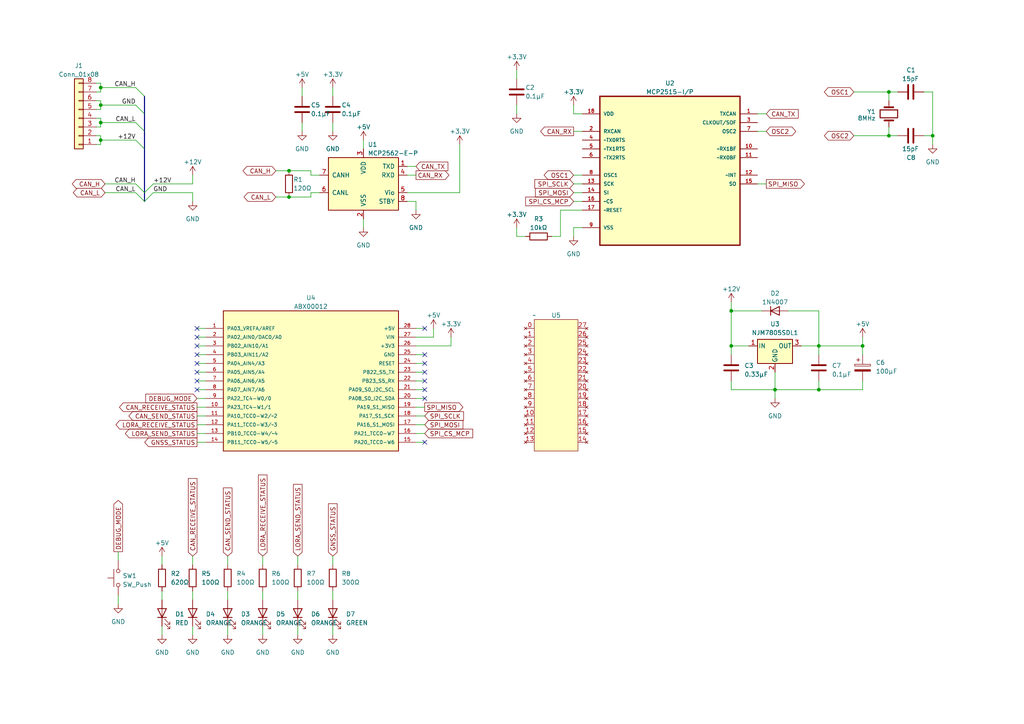
<source format=kicad_sch>
(kicad_sch (version 20230121) (generator eeschema)
  (paper "A4")
  (lib_symbols
    (symbol "ABX00012:ABX00012" (pin_names (offset 1.016))
      (property "Reference" "U" (at -25.4 21.082 0))
      (property "Value" "ABX00012" (at -25.4 -22.86 0))
      (symbol "ABX00012_0_0"
        (rectangle (start -25.4 -20.32) (end 25.4 20.32) (stroke (width 0.254)) (fill (type background)))
        (pin bidirectional line (at -30.48 15.24 0) (length 5.08) (name "PA03_VREFA/AREF") (number "1"))
        (pin bidirectional line (at -30.48 -7.62 0) (length 5.08) (name "PA23_TC4-W1/1") (number "10"))
        (pin bidirectional line (at -30.48 -10.16 0) (length 5.08) (name "PA10_TCC0-W2/~2") (number "11"))
        (pin bidirectional line (at -30.48 -12.7 0) (length 5.08) (name "PA11_TCC0-W3/~3") (number "12"))
        (pin bidirectional line (at -30.48 -15.24 0) (length 5.08) (name "PB10_TCC0-W4/~4") (number "13"))
        (pin bidirectional line (at -30.48 -17.78 0) (length 5.08) (name "PB11_TCC0-W5/~5") (number "14"))
        (pin bidirectional line (at 30.48 -17.78 180) (length 5.08) (name "PA20_TCC0-W6") (number "15"))
        (pin bidirectional line (at 30.48 -15.24 180) (length 5.08) (name "PA21_TCC0-W7") (number "16"))
        (pin bidirectional line (at 30.48 -12.7 180) (length 5.08) (name "PA16_S1_MOSI") (number "17"))
        (pin bidirectional line (at 30.48 -10.16 180) (length 5.08) (name "PA17_S1_SCK") (number "18"))
        (pin bidirectional line (at 30.48 -7.62 180) (length 5.08) (name "PA19_S1_MISO") (number "19"))
        (pin bidirectional line (at -30.48 12.7 0) (length 5.08) (name "PA02_AIN0/DAC0/A0") (number "2"))
        (pin bidirectional line (at 30.48 -5.08 180) (length 5.08) (name "PA08_S0_I2C_SDA") (number "20"))
        (pin bidirectional line (at 30.48 -2.54 180) (length 5.08) (name "PA09_S0_I2C_SCL") (number "21"))
        (pin bidirectional line (at 30.48 0 180) (length 5.08) (name "PB23_S5_RX") (number "22"))
        (pin bidirectional line (at 30.48 2.54 180) (length 5.08) (name "PB22_S5_TX") (number "23"))
        (pin input line (at 30.48 5.08 180) (length 5.08) (name "RESET") (number "24"))
        (pin power_in line (at 30.48 7.62 180) (length 5.08) (name "GND") (number "25"))
        (pin power_in line (at 30.48 10.16 180) (length 5.08) (name "+3V3") (number "26"))
        (pin power_in line (at 30.48 12.7 180) (length 5.08) (name "VIN") (number "27"))
        (pin power_in line (at 30.48 15.24 180) (length 5.08) (name "+5V") (number "28"))
        (pin bidirectional line (at -30.48 10.16 0) (length 5.08) (name "PB02_AIN10/A1") (number "3"))
        (pin bidirectional line (at -30.48 7.62 0) (length 5.08) (name "PB03_AIN11/A2") (number "4"))
        (pin bidirectional line (at -30.48 5.08 0) (length 5.08) (name "PA04_AIN4/A3") (number "5"))
        (pin bidirectional line (at -30.48 2.54 0) (length 5.08) (name "PA05_AIN5/A4") (number "6"))
        (pin bidirectional line (at -30.48 0 0) (length 5.08) (name "PA06_AIN6/A5") (number "7"))
        (pin bidirectional line (at -30.48 -2.54 0) (length 5.08) (name "PA07_AIN7/A6") (number "8"))
        (pin bidirectional line (at -30.48 -5.08 0) (length 5.08) (name "PA22_TC4-W0/0") (number "9"))
      )
    )
    (symbol "ArduinoMkrGpsShield:Arduino_MKR_GPS_Shield"
      (property "Reference" "U" (at 6.35 1.27 0))
      (symbol "Arduino_MKR_GPS_Shield_1_0"
        (pin no_connect line (at 15.24 -7.62 180) (length 2.54) (name "") (number "25"))
      )
      (symbol "Arduino_MKR_GPS_Shield_1_1"
        (rectangle (start 0 0) (end 12.7 -38.1) (fill (type background)))
        (pin no_connect line (at -2.54 -2.54 0) (length 2.54) (name "") (number "0"))
        (pin no_connect line (at -2.54 -5.08 0) (length 2.54) (name "") (number "1"))
        (pin no_connect line (at -2.54 -27.94 0) (length 2.54) (name "") (number "10"))
        (pin no_connect line (at -2.54 -30.48 0) (length 2.54) (name "") (number "11"))
        (pin no_connect line (at -2.54 -33.02 0) (length 2.54) (name "") (number "12"))
        (pin no_connect line (at -2.54 -35.56 0) (length 2.54) (name "") (number "13"))
        (pin no_connect line (at 15.24 -35.56 180) (length 2.54) (name "") (number "14"))
        (pin no_connect line (at 15.24 -33.02 180) (length 2.54) (name "") (number "15"))
        (pin no_connect line (at 15.24 -30.48 180) (length 2.54) (name "") (number "16"))
        (pin no_connect line (at 15.24 -27.94 180) (length 2.54) (name "") (number "17"))
        (pin no_connect line (at 15.24 -25.4 180) (length 2.54) (name "") (number "18"))
        (pin no_connect line (at 15.24 -22.86 180) (length 2.54) (name "") (number "19"))
        (pin no_connect line (at -2.54 -7.62 0) (length 2.54) (name "") (number "2"))
        (pin no_connect line (at 15.24 -20.32 180) (length 2.54) (name "") (number "20"))
        (pin no_connect line (at 15.24 -17.78 180) (length 2.54) (name "") (number "21"))
        (pin no_connect line (at 15.24 -15.24 180) (length 2.54) (name "") (number "22"))
        (pin no_connect line (at 15.24 -12.7 180) (length 2.54) (name "") (number "23"))
        (pin no_connect line (at 15.24 -10.16 180) (length 2.54) (name "") (number "24"))
        (pin no_connect line (at 15.24 -5.08 180) (length 2.54) (name "") (number "26"))
        (pin no_connect line (at 15.24 -2.54 180) (length 2.54) (name "") (number "27"))
        (pin no_connect line (at -2.54 -10.16 0) (length 2.54) (name "") (number "3"))
        (pin no_connect line (at -2.54 -12.7 0) (length 2.54) (name "") (number "4"))
        (pin no_connect line (at -2.54 -15.24 0) (length 2.54) (name "") (number "5"))
        (pin no_connect line (at -2.54 -17.78 0) (length 2.54) (name "") (number "6"))
        (pin no_connect line (at -2.54 -20.32 0) (length 2.54) (name "") (number "7"))
        (pin no_connect line (at -2.54 -22.86 0) (length 2.54) (name "") (number "8"))
        (pin no_connect line (at -2.54 -25.4 0) (length 2.54) (name "") (number "9"))
      )
    )
    (symbol "Connector_Generic:Conn_01x08" (pin_names (offset 1.016) hide)
      (property "Reference" "J" (at 0 10.16 0))
      (property "Value" "Conn_01x08" (at 0 -12.7 0))
      (symbol "Conn_01x08_1_1"
        (rectangle (start -1.27 -10.033) (end 0 -10.287) (stroke (width 0.1524)))
        (rectangle (start -1.27 -7.493) (end 0 -7.747) (stroke (width 0.1524)))
        (rectangle (start -1.27 -4.953) (end 0 -5.207) (stroke (width 0.1524)))
        (rectangle (start -1.27 -2.413) (end 0 -2.667) (stroke (width 0.1524)))
        (rectangle (start -1.27 0.127) (end 0 -0.127) (stroke (width 0.1524)))
        (rectangle (start -1.27 2.667) (end 0 2.413) (stroke (width 0.1524)))
        (rectangle (start -1.27 5.207) (end 0 4.953) (stroke (width 0.1524)))
        (rectangle (start -1.27 7.747) (end 0 7.493) (stroke (width 0.1524)))
        (rectangle (start -1.27 8.89) (end 1.27 -11.43) (stroke (width 0.254)) (fill (type background)))
        (pin passive line (at -5.08 7.62 0) (length 3.81) (name "Pin_1") (number "1"))
        (pin passive line (at -5.08 5.08 0) (length 3.81) (name "Pin_2") (number "2"))
        (pin passive line (at -5.08 2.54 0) (length 3.81) (name "Pin_3") (number "3"))
        (pin passive line (at -5.08 0 0) (length 3.81) (name "Pin_4") (number "4"))
        (pin passive line (at -5.08 -2.54 0) (length 3.81) (name "Pin_5") (number "5"))
        (pin passive line (at -5.08 -5.08 0) (length 3.81) (name "Pin_6") (number "6"))
        (pin passive line (at -5.08 -7.62 0) (length 3.81) (name "Pin_7") (number "7"))
        (pin passive line (at -5.08 -10.16 0) (length 3.81) (name "Pin_8") (number "8"))
      )
    )
    (symbol "Device:C" (pin_numbers hide) (pin_names (offset 0.254))
      (property "Reference" "C" (at 0.635 2.54 0))
      (property "Value" "C" (at 0.635 -2.54 0))
      (symbol "C_0_1"
        (polyline (pts (xy -2.032 -0.762) (xy 2.032 -0.762)) (stroke (width 0.508)))
        (polyline (pts (xy -2.032 0.762) (xy 2.032 0.762)) (stroke (width 0.508)))
      )
      (symbol "C_1_1"
        (pin passive line (at 0 3.81 270) (length 2.794) (name "~") (number "1"))
        (pin passive line (at 0 -3.81 90) (length 2.794) (name "~") (number "2"))
      )
    )
    (symbol "Device:C_Polarized" (pin_numbers hide) (pin_names (offset 0.254))
      (property "Reference" "C" (at 0.635 2.54 0))
      (property "Value" "C_Polarized" (at 0.635 -2.54 0))
      (symbol "C_Polarized_0_1"
        (rectangle (start -2.286 0.508) (end 2.286 1.016))
        (polyline (pts (xy -1.778 2.286) (xy -0.762 2.286)))
        (polyline (pts (xy -1.27 2.794) (xy -1.27 1.778)))
        (rectangle (start 2.286 -0.508) (end -2.286 -1.016) (fill (type outline)))
      )
      (symbol "C_Polarized_1_1"
        (pin passive line (at 0 3.81 270) (length 2.794) (name "~") (number "1"))
        (pin passive line (at 0 -3.81 90) (length 2.794) (name "~") (number "2"))
      )
    )
    (symbol "Device:Crystal" (pin_numbers hide) (pin_names (offset 1.016) hide)
      (property "Reference" "Y" (at 0 3.81 0))
      (property "Value" "Crystal" (at 0 -3.81 0))
      (symbol "Crystal_0_1"
        (rectangle (start -1.143 2.54) (end 1.143 -2.54) (stroke (width 0.3048)))
        (polyline (pts (xy -2.54 0) (xy -1.905 0)))
        (polyline (pts (xy -1.905 -1.27) (xy -1.905 1.27)) (stroke (width 0.508)))
        (polyline (pts (xy 1.905 -1.27) (xy 1.905 1.27)) (stroke (width 0.508)))
        (polyline (pts (xy 2.54 0) (xy 1.905 0)))
      )
      (symbol "Crystal_1_1"
        (pin passive line (at -3.81 0 0) (length 1.27) (name "1") (number "1"))
        (pin passive line (at 3.81 0 180) (length 1.27) (name "2") (number "2"))
      )
    )
    (symbol "Device:LED" (pin_numbers hide) (pin_names (offset 1.016) hide)
      (property "Reference" "D" (at 0 2.54 0))
      (property "Value" "LED" (at 0 -2.54 0))
      (symbol "LED_0_1"
        (polyline (pts (xy -1.27 -1.27) (xy -1.27 1.27)) (stroke (width 0.254)))
        (polyline (pts (xy -1.27 0) (xy 1.27 0)))
        (polyline (pts (xy 1.27 -1.27) (xy 1.27 1.27) (xy -1.27 0) (xy 1.27 -1.27)) (stroke (width 0.254)))
        (polyline (pts (xy -3.048 -0.762) (xy -4.572 -2.286) (xy -3.81 -2.286) (xy -4.572 -2.286) (xy -4.572 -1.524)))
        (polyline (pts (xy -1.778 -0.762) (xy -3.302 -2.286) (xy -2.54 -2.286) (xy -3.302 -2.286) (xy -3.302 -1.524)))
      )
      (symbol "LED_1_1"
        (pin passive line (at -3.81 0 0) (length 2.54) (name "K") (number "1"))
        (pin passive line (at 3.81 0 180) (length 2.54) (name "A") (number "2"))
      )
    )
    (symbol "Device:R" (pin_numbers hide) (pin_names (offset 0))
      (property "Reference" "R" (at 2.032 0 90))
      (property "Value" "R" (at 0 0 90))
      (symbol "R_0_1"
        (rectangle (start -1.016 -2.54) (end 1.016 2.54) (stroke (width 0.254)))
      )
      (symbol "R_1_1"
        (pin passive line (at 0 3.81 270) (length 1.27) (name "~") (number "1"))
        (pin passive line (at 0 -3.81 90) (length 1.27) (name "~") (number "2"))
      )
    )
    (symbol "Diode:1N4007" (pin_numbers hide) (pin_names hide)
      (property "Reference" "D" (at 0 2.54 0))
      (property "Value" "1N4007" (at 0 -2.54 0))
      (symbol "1N4007_0_1"
        (polyline (pts (xy -1.27 1.27) (xy -1.27 -1.27)) (stroke (width 0.254)))
        (polyline (pts (xy 1.27 0) (xy -1.27 0)))
        (polyline (pts (xy 1.27 1.27) (xy 1.27 -1.27) (xy -1.27 0) (xy 1.27 1.27)) (stroke (width 0.254)))
      )
      (symbol "1N4007_1_1"
        (pin passive line (at -3.81 0 0) (length 2.54) (name "K") (number "1"))
        (pin passive line (at 3.81 0 180) (length 2.54) (name "A") (number "2"))
      )
    )
    (symbol "Interface_CAN_LIN:MCP2562-E-P" (pin_names (offset 1.016))
      (property "Reference" "U" (at -10.16 8.89 0))
      (property "Value" "MCP2562-E-P" (at 2.54 8.89 0))
      (symbol "MCP2562-E-P_0_1"
        (rectangle (start -10.16 7.62) (end 10.16 -7.62) (stroke (width 0.254)) (fill (type background)))
      )
      (symbol "MCP2562-E-P_1_1"
        (pin input line (at -12.7 5.08 0) (length 2.54) (name "TXD") (number "1"))
        (pin power_in line (at 0 -10.16 90) (length 2.54) (name "VSS") (number "2"))
        (pin power_in line (at 0 10.16 270) (length 2.54) (name "VDD") (number "3"))
        (pin output line (at -12.7 2.54 0) (length 2.54) (name "RXD") (number "4"))
        (pin power_in line (at -12.7 -2.54 0) (length 2.54) (name "Vio") (number "5"))
        (pin bidirectional line (at 12.7 -2.54 180) (length 2.54) (name "CANL") (number "6"))
        (pin bidirectional line (at 12.7 2.54 180) (length 2.54) (name "CANH") (number "7"))
        (pin input line (at -12.7 -5.08 0) (length 2.54) (name "STBY") (number "8"))
      )
    )
    (symbol "MCP2515-I_P:MCP2515-I{slash}P" (pin_names (offset 1.016))
      (property "Reference" "U" (at -5.1308 20.2692 0))
      (property "Value" "MCP2515-I{slash}P" (at -5.2324 -29.718 0))
      (symbol "MCP2515-I{slash}P_0_0"
        (rectangle (start -20.32 -25.4) (end 20.32 17.78) (stroke (width 0.4064)) (fill (type background)))
        (pin output line (at 25.4 12.7 180) (length 5.08) (name "TXCAN") (number "1"))
        (pin output line (at 25.4 2.54 180) (length 5.08) (name "~RX1BF") (number "10"))
        (pin output line (at 25.4 0 180) (length 5.08) (name "~RX0BF") (number "11"))
        (pin output line (at 25.4 -5.08 180) (length 5.08) (name "~INT") (number "12"))
        (pin input line (at -25.4 -7.62 0) (length 5.08) (name "SCK") (number "13"))
        (pin input line (at -25.4 -10.16 0) (length 5.08) (name "SI") (number "14"))
        (pin output line (at 25.4 -7.62 180) (length 5.08) (name "SO") (number "15"))
        (pin input line (at -25.4 -12.7 0) (length 5.08) (name "~CS") (number "16"))
        (pin input line (at -25.4 -15.24 0) (length 5.08) (name "~RESET") (number "17"))
        (pin power_in line (at -25.4 12.7 0) (length 5.08) (name "VDD") (number "18"))
        (pin input line (at -25.4 7.62 0) (length 5.08) (name "RXCAN") (number "2"))
        (pin output line (at 25.4 10.16 180) (length 5.08) (name "CLKOUT/SOF") (number "3"))
        (pin input line (at -25.4 5.08 0) (length 5.08) (name "~TX0RTS") (number "4"))
        (pin input line (at -25.4 2.54 0) (length 5.08) (name "~TX1RTS") (number "5"))
        (pin input line (at -25.4 0 0) (length 5.08) (name "~TX2RTS") (number "6"))
        (pin output line (at 25.4 7.62 180) (length 5.08) (name "OSC2") (number "7"))
        (pin input line (at -25.4 -5.08 0) (length 5.08) (name "OSC1") (number "8"))
        (pin power_in line (at -25.4 -20.32 0) (length 5.08) (name "VSS") (number "9"))
      )
    )
    (symbol "Regulator_Linear:L7805" (pin_names (offset 0.254))
      (property "Reference" "U" (at -3.81 3.175 0))
      (property "Value" "L7805" (at 0 3.175 0))
      (symbol "L7805_0_1"
        (rectangle (start -5.08 1.905) (end 5.08 -5.08) (stroke (width 0.254)) (fill (type background)))
      )
      (symbol "L7805_1_1"
        (pin power_in line (at -7.62 0 0) (length 2.54) (name "IN") (number "1"))
        (pin power_in line (at 0 -7.62 90) (length 2.54) (name "GND") (number "2"))
        (pin power_out line (at 7.62 0 180) (length 2.54) (name "OUT") (number "3"))
      )
    )
    (symbol "Switch:SW_Push" (pin_numbers hide) (pin_names (offset 1.016) hide)
      (property "Reference" "SW" (at 1.27 2.54 0))
      (property "Value" "SW_Push" (at 0 -1.524 0))
      (symbol "SW_Push_0_1"
        (circle (center -2.032 0) (radius 0.508))
        (polyline (pts (xy 0 1.27) (xy 0 3.048)))
        (polyline (pts (xy 2.54 1.27) (xy -2.54 1.27)))
        (circle (center 2.032 0) (radius 0.508))
        (pin passive line (at -5.08 0 0) (length 2.54) (name "1") (number "1"))
        (pin passive line (at 5.08 0 180) (length 2.54) (name "2") (number "2"))
      )
    )
    (symbol "power:+12V" (power) (pin_names (offset 0))
      (property "Value" "+12V" (at 0 3.556 0))
      (symbol "+12V_0_1"
        (polyline (pts (xy -0.762 1.27) (xy 0 2.54)))
        (polyline (pts (xy 0 0) (xy 0 2.54)))
        (polyline (pts (xy 0 2.54) (xy 0.762 1.27)))
      )
      (symbol "+12V_1_1"
        (pin power_in line (at 0 0 90) (length 0) hide (name "+12V") (number "1"))
      )
    )
    (symbol "power:+3.3V" (power) (pin_names (offset 0))
      (property "Value" "+3.3V" (at 0 3.556 0))
      (symbol "+3.3V_0_1"
        (polyline (pts (xy -0.762 1.27) (xy 0 2.54)))
        (polyline (pts (xy 0 0) (xy 0 2.54)))
        (polyline (pts (xy 0 2.54) (xy 0.762 1.27)))
      )
      (symbol "+3.3V_1_1"
        (pin power_in line (at 0 0 90) (length 0) hide (name "+3.3V") (number "1"))
      )
    )
    (symbol "power:+5V" (power) (pin_names (offset 0))
      (property "Value" "+5V" (at 0 3.556 0))
      (symbol "+5V_0_1"
        (polyline (pts (xy -0.762 1.27) (xy 0 2.54)))
        (polyline (pts (xy 0 0) (xy 0 2.54)))
        (polyline (pts (xy 0 2.54) (xy 0.762 1.27)))
      )
      (symbol "+5V_1_1"
        (pin power_in line (at 0 0 90) (length 0) hide (name "+5V") (number "1"))
      )
    )
    (symbol "power:GND" (power) (pin_names (offset 0))
      (property "Value" "GND" (at 0 -3.81 0))
      (symbol "GND_0_1"
        (polyline (pts (xy 0 0) (xy 0 -1.27) (xy 1.27 -1.27) (xy 0 -2.54) (xy -1.27 -1.27) (xy 0 -1.27)))
      )
      (symbol "GND_1_1"
        (pin power_in line (at 0 0 270) (length 0) hide (name "GND") (number "1"))
      )
    )
  )
  (junction (at 29.21 30.48))
  (junction (at 250.19 100.33))
  (junction (at 237.49 100.33))
  (junction (at 257.81 39.37))
  (junction (at 212.09 90.17))
  (junction (at 257.81 26.67))
  (junction (at 83.82 57.15))
  (junction (at 212.09 100.33))
  (junction (at 29.21 40.64))
  (junction (at 237.49 113.03))
  (junction (at 83.82 49.53))
  (junction (at 224.79 113.03))
  (junction (at 29.21 35.56))
  (junction (at 29.21 25.4))
  (junction (at 270.51 39.37))
  (no_connect (at 123.19 128.27))
  (no_connect (at 57.15 113.03))
  (no_connect (at 123.19 95.25))
  (no_connect (at 57.15 105.41))
  (no_connect (at 123.19 102.87))
  (no_connect (at 57.15 110.49))
  (no_connect (at 57.15 95.25))
  (no_connect (at 123.19 115.57))
  (no_connect (at 123.19 110.49))
  (no_connect (at 123.19 105.41))
  (no_connect (at 57.15 107.95))
  (no_connect (at 123.19 107.95))
  (no_connect (at 57.15 97.79))
  (no_connect (at 123.19 113.03))
  (no_connect (at 57.15 102.87))
  (no_connect (at 57.15 100.33))
  (bus_entry (at 41.91 55.88) (size 2.54 -2.54))
  (bus_entry (at 39.37 35.56) (size 2.54 2.54))
  (bus_entry (at 39.37 40.64) (size 2.54 2.54))
  (bus_entry (at 41.91 58.42) (size -2.54 -2.54))
  (bus_entry (at 41.91 55.88) (size -2.54 -2.54))
  (bus_entry (at 41.91 58.42) (size 2.54 -2.54))
  (bus_entry (at 39.37 25.4) (size 2.54 2.54))
  (bus_entry (at 39.37 30.48) (size 2.54 2.54))
  (wire (pts (xy 232.41 100.33) (xy 237.49 100.33)))
  (wire (pts (xy 270.51 41.91) (xy 270.51 39.37)))
  (wire (pts (xy 219.71 53.34) (xy 222.25 53.34)))
  (wire (pts (xy 219.71 33.02) (xy 222.25 33.02)))
  (wire (pts (xy 57.15 125.73) (xy 59.69 125.73)))
  (bus (pts (xy 41.91 55.88) (xy 41.91 58.42)))
  (wire (pts (xy 29.21 41.91) (xy 29.21 40.64)))
  (wire (pts (xy 166.37 55.88) (xy 168.91 55.88)))
  (wire (pts (xy 168.91 60.96) (xy 162.56 60.96)))
  (wire (pts (xy 57.15 102.87) (xy 59.69 102.87)))
  (wire (pts (xy 237.49 100.33) (xy 237.49 102.87)))
  (wire (pts (xy 120.65 100.33) (xy 130.81 100.33)))
  (wire (pts (xy 237.49 100.33) (xy 250.19 100.33)))
  (wire (pts (xy 29.21 25.4) (xy 29.21 24.13)))
  (wire (pts (xy 57.15 120.65) (xy 59.69 120.65)))
  (wire (pts (xy 120.65 113.03) (xy 123.19 113.03)))
  (wire (pts (xy 224.79 113.03) (xy 237.49 113.03)))
  (wire (pts (xy 55.88 50.8) (xy 55.88 53.34)))
  (wire (pts (xy 57.15 113.03) (xy 59.69 113.03)))
  (wire (pts (xy 270.51 39.37) (xy 270.51 26.67)))
  (wire (pts (xy 57.15 128.27) (xy 59.69 128.27)))
  (wire (pts (xy 120.65 102.87) (xy 123.19 102.87)))
  (wire (pts (xy 212.09 90.17) (xy 212.09 100.33)))
  (wire (pts (xy 76.2 181.61) (xy 76.2 184.15)))
  (wire (pts (xy 29.21 25.4) (xy 39.37 25.4)))
  (wire (pts (xy 66.04 181.61) (xy 66.04 184.15)))
  (wire (pts (xy 228.6 90.17) (xy 237.49 90.17)))
  (wire (pts (xy 257.81 39.37) (xy 260.35 39.37)))
  (wire (pts (xy 86.36 181.61) (xy 86.36 184.15)))
  (wire (pts (xy 57.15 118.11) (xy 59.69 118.11)))
  (wire (pts (xy 237.49 90.17) (xy 237.49 100.33)))
  (wire (pts (xy 247.65 39.37) (xy 257.81 39.37)))
  (wire (pts (xy 250.19 102.87) (xy 250.19 100.33)))
  (wire (pts (xy 120.65 58.42) (xy 120.65 60.96)))
  (wire (pts (xy 120.65 107.95) (xy 123.19 107.95)))
  (wire (pts (xy 87.63 25.4) (xy 87.63 27.94)))
  (wire (pts (xy 257.81 29.21) (xy 257.81 26.67)))
  (wire (pts (xy 217.17 100.33) (xy 212.09 100.33)))
  (wire (pts (xy 166.37 66.04) (xy 168.91 66.04)))
  (wire (pts (xy 257.81 26.67) (xy 260.35 26.67)))
  (wire (pts (xy 120.65 105.41) (xy 123.19 105.41)))
  (wire (pts (xy 118.11 48.26) (xy 120.65 48.26)))
  (wire (pts (xy 76.2 171.45) (xy 76.2 173.99)))
  (wire (pts (xy 257.81 36.83) (xy 257.81 39.37)))
  (bus (pts (xy 41.91 33.02) (xy 41.91 38.1)))
  (wire (pts (xy 267.97 39.37) (xy 270.51 39.37)))
  (wire (pts (xy 118.11 50.8) (xy 120.65 50.8)))
  (wire (pts (xy 55.88 171.45) (xy 55.88 173.99)))
  (wire (pts (xy 149.86 30.48) (xy 149.86 33.02)))
  (wire (pts (xy 237.49 113.03) (xy 250.19 113.03)))
  (wire (pts (xy 29.21 31.75) (xy 29.21 30.48)))
  (wire (pts (xy 120.65 125.73) (xy 123.19 125.73)))
  (wire (pts (xy 166.37 58.42) (xy 168.91 58.42)))
  (wire (pts (xy 212.09 100.33) (xy 212.09 102.87)))
  (wire (pts (xy 57.15 95.25) (xy 59.69 95.25)))
  (wire (pts (xy 80.01 49.53) (xy 83.82 49.53)))
  (wire (pts (xy 120.65 95.25) (xy 123.19 95.25)))
  (wire (pts (xy 39.37 53.34) (xy 30.48 53.34)))
  (wire (pts (xy 57.15 97.79) (xy 59.69 97.79)))
  (wire (pts (xy 57.15 115.57) (xy 59.69 115.57)))
  (wire (pts (xy 27.94 29.21) (xy 29.21 29.21)))
  (wire (pts (xy 39.37 55.88) (xy 30.48 55.88)))
  (wire (pts (xy 90.17 50.8) (xy 90.17 49.53)))
  (wire (pts (xy 66.04 161.29) (xy 66.04 163.83)))
  (wire (pts (xy 76.2 161.29) (xy 76.2 163.83)))
  (wire (pts (xy 212.09 87.63) (xy 212.09 90.17)))
  (wire (pts (xy 80.01 57.15) (xy 83.82 57.15)))
  (wire (pts (xy 29.21 39.37) (xy 29.21 40.64)))
  (wire (pts (xy 96.52 35.56) (xy 96.52 38.1)))
  (wire (pts (xy 27.94 39.37) (xy 29.21 39.37)))
  (wire (pts (xy 29.21 34.29) (xy 29.21 35.56)))
  (wire (pts (xy 224.79 107.95) (xy 224.79 113.03)))
  (wire (pts (xy 96.52 181.61) (xy 96.52 184.15)))
  (wire (pts (xy 105.41 63.5) (xy 105.41 66.04)))
  (wire (pts (xy 57.15 100.33) (xy 59.69 100.33)))
  (wire (pts (xy 55.88 181.61) (xy 55.88 184.15)))
  (wire (pts (xy 162.56 68.58) (xy 160.02 68.58)))
  (wire (pts (xy 120.65 118.11) (xy 123.19 118.11)))
  (wire (pts (xy 120.65 110.49) (xy 123.19 110.49)))
  (wire (pts (xy 27.94 31.75) (xy 29.21 31.75)))
  (wire (pts (xy 166.37 50.8) (xy 168.91 50.8)))
  (wire (pts (xy 29.21 30.48) (xy 39.37 30.48)))
  (wire (pts (xy 224.79 113.03) (xy 224.79 115.57)))
  (bus (pts (xy 41.91 27.94) (xy 41.91 33.02)))
  (wire (pts (xy 267.97 26.67) (xy 270.51 26.67)))
  (wire (pts (xy 92.71 50.8) (xy 90.17 50.8)))
  (wire (pts (xy 166.37 38.1) (xy 168.91 38.1)))
  (wire (pts (xy 237.49 113.03) (xy 237.49 110.49)))
  (wire (pts (xy 166.37 33.02) (xy 168.91 33.02)))
  (bus (pts (xy 41.91 43.18) (xy 41.91 55.88)))
  (wire (pts (xy 166.37 53.34) (xy 168.91 53.34)))
  (wire (pts (xy 96.52 25.4) (xy 96.52 27.94)))
  (wire (pts (xy 29.21 36.83) (xy 27.94 36.83)))
  (wire (pts (xy 130.81 97.79) (xy 130.81 100.33)))
  (wire (pts (xy 86.36 161.29) (xy 86.36 163.83)))
  (wire (pts (xy 29.21 35.56) (xy 29.21 36.83)))
  (wire (pts (xy 90.17 55.88) (xy 90.17 57.15)))
  (wire (pts (xy 212.09 90.17) (xy 220.98 90.17)))
  (wire (pts (xy 247.65 26.67) (xy 257.81 26.67)))
  (wire (pts (xy 120.65 128.27) (xy 123.19 128.27)))
  (wire (pts (xy 55.88 53.34) (xy 44.45 53.34)))
  (wire (pts (xy 57.15 107.95) (xy 59.69 107.95)))
  (wire (pts (xy 250.19 97.79) (xy 250.19 100.33)))
  (wire (pts (xy 57.15 110.49) (xy 59.69 110.49)))
  (wire (pts (xy 55.88 55.88) (xy 44.45 55.88)))
  (wire (pts (xy 125.73 95.25) (xy 125.73 97.79)))
  (bus (pts (xy 41.91 38.1) (xy 41.91 43.18)))
  (wire (pts (xy 27.94 34.29) (xy 29.21 34.29)))
  (wire (pts (xy 55.88 161.29) (xy 55.88 163.83)))
  (wire (pts (xy 46.99 161.29) (xy 46.99 163.83)))
  (wire (pts (xy 166.37 68.58) (xy 166.37 66.04)))
  (wire (pts (xy 57.15 123.19) (xy 59.69 123.19)))
  (wire (pts (xy 29.21 35.56) (xy 39.37 35.56)))
  (wire (pts (xy 133.35 41.91) (xy 133.35 55.88)))
  (wire (pts (xy 162.56 60.96) (xy 162.56 68.58)))
  (wire (pts (xy 46.99 171.45) (xy 46.99 173.99)))
  (wire (pts (xy 55.88 58.42) (xy 55.88 55.88)))
  (wire (pts (xy 149.86 20.32) (xy 149.86 22.86)))
  (wire (pts (xy 96.52 171.45) (xy 96.52 173.99)))
  (wire (pts (xy 219.71 38.1) (xy 222.25 38.1)))
  (wire (pts (xy 27.94 26.67) (xy 29.21 26.67)))
  (wire (pts (xy 83.82 57.15) (xy 90.17 57.15)))
  (wire (pts (xy 27.94 24.13) (xy 29.21 24.13)))
  (wire (pts (xy 66.04 171.45) (xy 66.04 173.99)))
  (wire (pts (xy 120.65 123.19) (xy 123.19 123.19)))
  (wire (pts (xy 120.65 115.57) (xy 123.19 115.57)))
  (wire (pts (xy 149.86 68.58) (xy 152.4 68.58)))
  (wire (pts (xy 96.52 161.29) (xy 96.52 163.83)))
  (wire (pts (xy 27.94 41.91) (xy 29.21 41.91)))
  (wire (pts (xy 34.29 160.02) (xy 34.29 162.56)))
  (wire (pts (xy 86.36 171.45) (xy 86.36 173.99)))
  (wire (pts (xy 29.21 30.48) (xy 29.21 29.21)))
  (wire (pts (xy 105.41 40.64) (xy 105.41 43.18)))
  (wire (pts (xy 118.11 55.88) (xy 133.35 55.88)))
  (wire (pts (xy 250.19 110.49) (xy 250.19 113.03)))
  (wire (pts (xy 34.29 172.72) (xy 34.29 175.26)))
  (wire (pts (xy 46.99 181.61) (xy 46.99 184.15)))
  (wire (pts (xy 118.11 58.42) (xy 120.65 58.42)))
  (wire (pts (xy 125.73 97.79) (xy 120.65 97.79)))
  (wire (pts (xy 57.15 105.41) (xy 59.69 105.41)))
  (wire (pts (xy 149.86 66.04) (xy 149.86 68.58)))
  (wire (pts (xy 92.71 55.88) (xy 90.17 55.88)))
  (wire (pts (xy 87.63 35.56) (xy 87.63 38.1)))
  (wire (pts (xy 29.21 40.64) (xy 39.37 40.64)))
  (wire (pts (xy 212.09 110.49) (xy 212.09 113.03)))
  (wire (pts (xy 29.21 25.4) (xy 29.21 26.67)))
  (wire (pts (xy 83.82 49.53) (xy 90.17 49.53)))
  (wire (pts (xy 212.09 113.03) (xy 224.79 113.03)))
  (wire (pts (xy 166.37 30.48) (xy 166.37 33.02)))
  (wire (pts (xy 120.65 120.65) (xy 123.19 120.65)))
  (label "CAN_L" (at 39.37 55.88 180))
  (label "+12V" (at 39.37 40.64 180))
  (label "CAN_H" (at 39.37 25.4 180))
  (label "CAN_H" (at 39.37 53.34 180))
  (label "+12V" (at 44.45 53.34 0))
  (label "GND" (at 44.45 55.88 0))
  (label "GND" (at 39.37 30.48 180))
  (label "CAN_L" (at 39.37 35.56 180))
  (global_label "OSC1" (shape bidirectional) (at 247.65 26.67 180) (property "Intersheetrefs" "${INTERSHEET_REFS}" (effects hide)))
  (global_label "CAN_L" (shape bidirectional) (at 80.01 57.15 180) (property "Intersheetrefs" "${INTERSHEET_REFS}" (effects hide)))
  (global_label "CAN_RX" (shape output) (at 166.37 38.1 180) (property "Intersheetrefs" "${INTERSHEET_REFS}" (effects hide)))
  (global_label "OSC2" (shape bidirectional) (at 247.65 39.37 180) (property "Intersheetrefs" "${INTERSHEET_REFS}" (effects hide)))
  (global_label "SPI_SCLK" (shape input) (at 166.37 53.34 180) (property "Intersheetrefs" "${INTERSHEET_REFS}" (effects hide)))
  (global_label "SPI_MISO" (shape output) (at 222.25 53.34 0) (property "Intersheetrefs" "${INTERSHEET_REFS}" (effects hide)))
  (global_label "CAN_TX" (shape input) (at 120.65 48.26 0) (property "Intersheetrefs" "${INTERSHEET_REFS}" (effects hide)))
  (global_label "CAN_SEND_STATUS" (shape input) (at 66.04 161.29 90) (property "Intersheetrefs" "${INTERSHEET_REFS}" (effects hide)))
  (global_label "LORA_RECEIVE_STATUS" (shape input) (at 76.2 161.29 90) (property "Intersheetrefs" "${INTERSHEET_REFS}" (effects hide)))
  (global_label "LORA_SEND_STATUS" (shape input) (at 86.36 161.29 90) (property "Intersheetrefs" "${INTERSHEET_REFS}" (effects hide)))
  (global_label "SPI_SCLK" (shape input) (at 123.19 120.65 0) (property "Intersheetrefs" "${INTERSHEET_REFS}" (effects hide)))
  (global_label "CAN_H" (shape bidirectional) (at 80.01 49.53 180) (property "Intersheetrefs" "${INTERSHEET_REFS}" (effects hide)))
  (global_label "SPI_MOSI" (shape input) (at 166.37 55.88 180) (property "Intersheetrefs" "${INTERSHEET_REFS}" (effects hide)))
  (global_label "OSC1" (shape bidirectional) (at 166.37 50.8 180) (property "Intersheetrefs" "${INTERSHEET_REFS}" (effects hide)))
  (global_label "CAN_RX" (shape output) (at 120.65 50.8 0) (property "Intersheetrefs" "${INTERSHEET_REFS}" (effects hide)))
  (global_label "LORA_RECEIVE_STATUS" (shape output) (at 57.15 123.19 180) (property "Intersheetrefs" "${INTERSHEET_REFS}" (effects hide)))
  (global_label "CAN_L" (shape bidirectional) (at 30.48 55.88 180) (property "Intersheetrefs" "${INTERSHEET_REFS}" (effects hide)))
  (global_label "SPI_CS_MCP" (shape input) (at 123.19 125.73 0) (property "Intersheetrefs" "${INTERSHEET_REFS}" (effects hide)))
  (global_label "SPI_MISO" (shape output) (at 123.19 118.11 0) (property "Intersheetrefs" "${INTERSHEET_REFS}" (effects hide)))
  (global_label "GNSS_STATUS" (shape output) (at 57.15 128.27 180) (property "Intersheetrefs" "${INTERSHEET_REFS}" (effects hide)))
  (global_label "SPI_MOSI" (shape input) (at 123.19 123.19 0) (property "Intersheetrefs" "${INTERSHEET_REFS}" (effects hide)))
  (global_label "SPI_CS_MCP" (shape input) (at 166.37 58.42 180) (property "Intersheetrefs" "${INTERSHEET_REFS}" (effects hide)))
  (global_label "CAN_RECEIVE_STATUS" (shape input) (at 55.88 161.29 90) (property "Intersheetrefs" "${INTERSHEET_REFS}" (effects hide)))
  (global_label "LORA_SEND_STATUS" (shape output) (at 57.15 125.73 180) (property "Intersheetrefs" "${INTERSHEET_REFS}" (effects hide)))
  (global_label "CAN_TX" (shape input) (at 222.25 33.02 0) (property "Intersheetrefs" "${INTERSHEET_REFS}" (effects hide)))
  (global_label "CAN_H" (shape bidirectional) (at 30.48 53.34 180) (property "Intersheetrefs" "${INTERSHEET_REFS}" (effects hide)))
  (global_label "OSC2" (shape bidirectional) (at 222.25 38.1 0) (property "Intersheetrefs" "${INTERSHEET_REFS}" (effects hide)))
  (global_label "DEBUG_MODE" (shape output) (at 34.29 160.02 90) (property "Intersheetrefs" "${INTERSHEET_REFS}" (effects hide)))
  (global_label "DEBUG_MODE" (shape input) (at 57.15 115.57 180) (property "Intersheetrefs" "${INTERSHEET_REFS}" (effects hide)))
  (global_label "CAN_SEND_STATUS" (shape output) (at 57.15 120.65 180) (property "Intersheetrefs" "${INTERSHEET_REFS}" (effects hide)))
  (global_label "GNSS_STATUS" (shape input) (at 96.52 161.29 90) (property "Intersheetrefs" "${INTERSHEET_REFS}" (effects hide)))
  (global_label "CAN_RECEIVE_STATUS" (shape output) (at 57.15 118.11 180) (property "Intersheetrefs" "${INTERSHEET_REFS}" (effects hide)))
  (symbol (lib_id "power:+5V") (at 250.19 97.79 0) (unit 1)
    (property "Reference" "#PWR029" (effects hide))
    (property "Value" "+5V" (at 250.19 93.98 0))
  )
  (symbol (lib_id "power:GND") (at 149.86 33.02 0) (unit 1)
    (property "Reference" "#PWR014" (effects hide))
    (property "Value" "GND" (at 149.86 38.1 0))
  )
  (symbol (lib_id "Device:R") (at 96.52 167.64 0) (unit 1)
    (property "Reference" "R8" (at 99.06 166.3699 0) (effects (justify left)))
    (property "Value" "300Ω" (at 99.06 168.9099 0) (effects (justify left)))
    (property "Footprint" "Resistor_SMD:R_0603_1608Metric_Pad0.98x0.95mm_HandSolder" (effects hide))
  )
  (symbol (lib_id "power:GND") (at 55.88 58.42 0) (mirror y) (unit 1)
    (property "Reference" "#PWR028" (effects hide))
    (property "Value" "GND" (at 55.88 63.5 0))
  )
  (symbol (lib_id "power:+12V") (at 212.09 87.63 0) (mirror y) (unit 1)
    (property "Reference" "#PWR01" (effects hide))
    (property "Value" "+12V" (at 212.09 83.82 0))
  )
  (symbol (lib_id "power:GND") (at 96.52 184.15 0) (unit 1)
    (property "Reference" "#PWR026" (effects hide))
    (property "Value" "GND" (at 96.52 189.23 0))
  )
  (symbol (lib_id "Connector_Generic:Conn_01x08") (at 22.86 34.29 180) (unit 1)
    (property "Reference" "J1" (at 22.86 19.05 0))
    (property "Value" "Conn_01x08" (at 22.86 21.59 0))
    (property "Footprint" "Connector_Hirose:Hirose_DF11-8DP-2DSA_2x04_P2.00mm_Vertical" (effects hide))
  )
  (symbol (lib_id "Device:R") (at 156.21 68.58 90) (unit 1)
    (property "Reference" "R3" (at 156.21 63.5 90))
    (property "Value" "10kΩ" (at 156.21 66.04 90))
    (property "Footprint" "Resistor_SMD:R_0603_1608Metric_Pad0.98x0.95mm_HandSolder" (effects hide))
  )
  (symbol (lib_id "Device:C") (at 264.16 39.37 270) (mirror x) (unit 1)
    (property "Reference" "C8" (at 262.89 45.72 90) (effects (justify left)))
    (property "Value" "15pF" (at 261.62 43.18 90) (effects (justify left)))
    (property "Footprint" "Capacitor_SMD:C_0603_1608Metric_Pad1.08x0.95mm_HandSolder" (effects hide))
  )
  (symbol (lib_id "ArduinoMkrGpsShield:Arduino_MKR_GPS_Shield") (at 154.94 92.71 0) (unit 1)
    (property "Reference" "U5" (at 161.29 91.44 0))
    (property "Value" "~" (at 154.94 91.44 0))
    (property "Footprint" "ArduinoMkrGpsShield:Arduino MKR GPS Shield" (effects hide))
  )
  (symbol (lib_id "Device:R") (at 46.99 167.64 0) (unit 1)
    (property "Reference" "R2" (at 49.53 166.3699 0) (effects (justify left)))
    (property "Value" "620Ω" (at 49.53 168.9099 0) (effects (justify left)))
    (property "Footprint" "Resistor_SMD:R_0603_1608Metric_Pad0.98x0.95mm_HandSolder" (effects hide))
  )
  (symbol (lib_id "power:GND") (at 46.99 184.15 0) (unit 1)
    (property "Reference" "#PWR020" (effects hide))
    (property "Value" "GND" (at 46.99 189.23 0))
  )
  (symbol (lib_id "Device:C") (at 96.52 31.75 0) (unit 1)
    (property "Reference" "C4" (at 99.06 30.48 0) (effects (justify left)))
    (property "Value" "0.1μF" (at 99.06 33.02 0) (effects (justify left)))
    (property "Footprint" "Capacitor_SMD:C_0805_2012Metric_Pad1.18x1.45mm_HandSolder" (effects hide))
  )
  (symbol (lib_id "power:GND") (at 34.29 175.26 0) (mirror y) (unit 1)
    (property "Reference" "#PWR018" (effects hide))
    (property "Value" "GND" (at 34.29 180.34 0))
  )
  (symbol (lib_id "power:+3.3V") (at 96.52 25.4 0) (unit 1)
    (property "Reference" "#PWR05" (effects hide))
    (property "Value" "+3.3V" (at 96.52 21.59 0))
  )
  (symbol (lib_id "power:GND") (at 55.88 184.15 0) (unit 1)
    (property "Reference" "#PWR021" (effects hide))
    (property "Value" "GND" (at 55.88 189.23 0))
  )
  (symbol (lib_id "power:GND") (at 86.36 184.15 0) (unit 1)
    (property "Reference" "#PWR024" (effects hide))
    (property "Value" "GND" (at 86.36 189.23 0))
  )
  (symbol (lib_id "power:GND") (at 66.04 184.15 0) (unit 1)
    (property "Reference" "#PWR022" (effects hide))
    (property "Value" "GND" (at 66.04 189.23 0))
  )
  (symbol (lib_id "Interface_CAN_LIN:MCP2562-E-P") (at 105.41 53.34 0) (mirror y) (unit 1)
    (property "Reference" "U1" (at 106.68 41.91 0) (effects (justify right)))
    (property "Value" "MCP2562-E-P" (at 106.68 44.45 0) (effects (justify right)))
    (property "Footprint" "Package_DIP:DIP-8_W7.62mm" (effects hide))
    (property "Datasheet" "http://ww1.microchip.com/downloads/en/DeviceDoc/25167A.pdf" (effects hide))
  )
  (symbol (lib_id "Device:C") (at 149.86 26.67 0) (unit 1)
    (property "Reference" "C2" (at 152.4 25.4 0) (effects (justify left)))
    (property "Value" "0.1μF" (at 152.4 27.94 0) (effects (justify left)))
    (property "Footprint" "Capacitor_SMD:C_0805_2012Metric_Pad1.18x1.45mm_HandSolder" (effects hide))
  )
  (symbol (lib_id "power:+5V") (at 87.63 25.4 0) (unit 1)
    (property "Reference" "#PWR03" (effects hide))
    (property "Value" "+5V" (at 87.63 21.59 0))
  )
  (symbol (lib_id "power:GND") (at 270.51 41.91 0) (unit 1)
    (property "Reference" "#PWR025" (effects hide))
    (property "Value" "GND" (at 270.51 46.99 0))
  )
  (symbol (lib_id "Device:C") (at 87.63 31.75 0) (unit 1)
    (property "Reference" "C5" (at 90.17 30.48 0) (effects (justify left)))
    (property "Value" "0.1μF" (at 90.17 33.02 0) (effects (justify left)))
    (property "Footprint" "Capacitor_SMD:C_0805_2012Metric_Pad1.18x1.45mm_HandSolder" (effects hide))
  )
  (symbol (lib_id "Device:LED") (at 46.99 177.8 90) (unit 1)
    (property "Reference" "D1" (at 50.8 178.1174 90) (effects (justify right)))
    (property "Value" "RED" (at 50.8 180.6574 90) (effects (justify right)))
    (property "Footprint" "LED_SMD:LED_0603_1608Metric_Pad1.05x0.95mm_HandSolder" (effects hide))
  )
  (symbol (lib_id "power:GND") (at 224.79 115.57 0) (unit 1)
    (property "Reference" "#PWR02" (effects hide))
    (property "Value" "GND" (at 224.79 120.65 0))
  )
  (symbol (lib_id "Diode:1N4007") (at 224.79 90.17 0) (unit 1)
    (property "Reference" "D2" (at 224.79 85.09 0))
    (property "Value" "1N4007" (at 224.79 87.63 0))
    (property "Footprint" "Diode_SMD:D_SOD-123F" (effects hide))
    (property "Datasheet" "http://www.vishay.com/docs/88503/1n4001.pdf" (effects hide))
    (property "Sim.Device" "D" (effects hide))
    (property "Sim.Pins" "1=K 2=A" (effects hide))
  )
  (symbol (lib_id "power:GND") (at 120.65 60.96 0) (unit 1)
    (property "Reference" "#PWR09" (effects hide))
    (property "Value" "GND" (at 120.65 66.04 0))
  )
  (symbol (lib_id "Device:R") (at 55.88 167.64 0) (unit 1)
    (property "Reference" "R5" (at 58.42 166.3699 0) (effects (justify left)))
    (property "Value" "100Ω" (at 58.42 168.9099 0) (effects (justify left)))
    (property "Footprint" "Resistor_SMD:R_0603_1608Metric_Pad0.98x0.95mm_HandSolder" (effects hide))
  )
  (symbol (lib_id "power:GND") (at 166.37 68.58 0) (unit 1)
    (property "Reference" "#PWR017" (effects hide))
    (property "Value" "GND" (at 166.37 73.66 0))
  )
  (symbol (lib_id "power:+5V") (at 46.99 161.29 0) (unit 1)
    (property "Reference" "#PWR019" (effects hide))
    (property "Value" "+5V" (at 46.99 157.48 0))
  )
  (symbol (lib_id "Device:LED") (at 66.04 177.8 90) (unit 1)
    (property "Reference" "D3" (at 69.85 178.1174 90) (effects (justify right)))
    (property "Value" "ORANGE" (at 69.85 180.6574 90) (effects (justify right)))
    (property "Footprint" "LED_SMD:LED_0603_1608Metric_Pad1.05x0.95mm_HandSolder" (effects hide))
  )
  (symbol (lib_id "Device:C_Polarized") (at 250.19 106.68 0) (unit 1)
    (property "Reference" "C6" (at 254 105.156 0) (effects (justify left)))
    (property "Value" "100μF" (at 254 107.696 0) (effects (justify left)))
    (property "Footprint" "Capacitor_SMD:CP_Elec_6.3x7.7" (effects hide))
  )
  (symbol (lib_id "Regulator_Linear:L7805") (at 224.79 100.33 0) (unit 1)
    (property "Reference" "U3" (at 224.79 93.98 0))
    (property "Value" "NJM7805SDL1" (at 224.79 96.52 0))
    (property "Footprint" "Package_TO_SOT_SMD:TO-252-3_TabPin2" (effects hide))
    (property "Datasheet" "http://www.st.com/content/ccc/resource/technical/document/datasheet/41/4f/b3/b0/12/d4/47/88/CD00000444.pdf/files/CD00000444.pdf/jcr:content/translations/en.CD00000444.pdf" (effects hide))
  )
  (symbol (lib_id "ABX00012:ABX00012") (at 90.17 110.49 0) (unit 1)
    (property "Reference" "U4" (at 90.17 86.36 0))
    (property "Value" "ABX00012" (at 90.17 88.9 0))
    (property "Footprint" "ABX00012:ARDUINO_ABX00012" (effects hide))
    (property "STANDARD" "Manufacturer Recommendations" (effects hide))
    (property "PARTREV" "5" (effects hide))
    (property "MANUFACTURER" "Arduino" (effects hide))
  )
  (symbol (lib_id "Device:C") (at 212.09 106.68 0) (unit 1)
    (property "Reference" "C3" (at 215.9 106.045 0) (effects (justify left)))
    (property "Value" "0.33μF" (at 215.9 108.585 0) (effects (justify left)))
    (property "Footprint" "Capacitor_SMD:C_0805_2012Metric_Pad1.18x1.45mm_HandSolder" (effects hide))
  )
  (symbol (lib_id "power:+3.3V") (at 149.86 66.04 0) (unit 1)
    (property "Reference" "#PWR015" (effects hide))
    (property "Value" "+3.3V" (at 149.86 62.23 0))
  )
  (symbol (lib_id "power:+3.3V") (at 133.35 41.91 0) (unit 1)
    (property "Reference" "#PWR012" (effects hide))
    (property "Value" "+3.3V" (at 133.35 38.1 0))
  )
  (symbol (lib_id "power:+5V") (at 125.73 95.25 0) (unit 1)
    (property "Reference" "#PWR010" (effects hide))
    (property "Value" "+5V" (at 125.73 91.44 0))
  )
  (symbol (lib_id "power:GND") (at 76.2 184.15 0) (unit 1)
    (property "Reference" "#PWR023" (effects hide))
    (property "Value" "GND" (at 76.2 189.23 0))
  )
  (symbol (lib_id "Device:LED") (at 86.36 177.8 90) (unit 1)
    (property "Reference" "D6" (at 90.17 178.1174 90) (effects (justify right)))
    (property "Value" "ORANGE" (at 90.17 180.6574 90) (effects (justify right)))
    (property "Footprint" "LED_SMD:LED_0603_1608Metric_Pad1.05x0.95mm_HandSolder" (effects hide))
  )
  (symbol (lib_id "power:GND") (at 105.41 66.04 0) (unit 1)
    (property "Reference" "#PWR08" (effects hide))
    (property "Value" "GND" (at 105.41 71.12 0))
  )
  (symbol (lib_id "Device:Crystal") (at 257.81 33.02 270) (mirror x) (unit 1)
    (property "Reference" "Y1" (at 254 32.385 90) (effects (justify right)))
    (property "Value" "8MHz" (at 254 34.29 90) (effects (justify right)))
    (property "Footprint" "Crystal:Crystal_HC49-U_Vertical" (effects hide))
  )
  (symbol (lib_id "Device:R") (at 66.04 167.64 0) (unit 1)
    (property "Reference" "R4" (at 68.58 166.3699 0) (effects (justify left)))
    (property "Value" "100Ω" (at 68.58 168.9099 0) (effects (justify left)))
    (property "Footprint" "Resistor_SMD:R_0603_1608Metric_Pad0.98x0.95mm_HandSolder" (effects hide))
  )
  (symbol (lib_id "power:GND") (at 87.63 38.1 0) (unit 1)
    (property "Reference" "#PWR04" (effects hide))
    (property "Value" "GND" (at 87.63 43.18 0))
  )
  (symbol (lib_id "MCP2515-I_P:MCP2515-I{slash}P") (at 194.31 45.72 0) (unit 1)
    (property "Reference" "U2" (at 194.31 24.13 0))
    (property "Value" "MCP2515-I/P" (at 194.31 26.67 0))
    (property "Footprint" "Package_DIP:DIP-18_W7.62mm" (effects hide))
    (property "MPN" "MCP2515-I/P" (effects hide))
    (property "OC_FARNELL" "1439391" (effects hide))
    (property "PACKAGE" "PDIP-18" (effects hide))
    (property "SUPPLIER" "MICROCHIP" (effects hide))
    (property "DESCRIPTION" "CAN CONTRL" (effects hide))
    (property "OC_NEWARK" "61K2945" (effects hide))
  )
  (symbol (lib_id "Device:LED") (at 96.52 177.8 90) (unit 1)
    (property "Reference" "D7" (at 100.33 178.1174 90) (effects (justify right)))
    (property "Value" "GREEN" (at 100.33 180.6574 90) (effects (justify right)))
    (property "Footprint" "LED_SMD:LED_0603_1608Metric_Pad1.05x0.95mm_HandSolder" (effects hide))
  )
  (symbol (lib_id "Device:LED") (at 55.88 177.8 90) (unit 1)
    (property "Reference" "D4" (at 59.69 178.1174 90) (effects (justify right)))
    (property "Value" "ORANGE" (at 59.69 180.6574 90) (effects (justify right)))
    (property "Footprint" "LED_SMD:LED_0603_1608Metric_Pad1.05x0.95mm_HandSolder" (effects hide))
  )
  (symbol (lib_id "power:+12V") (at 55.88 50.8 0) (mirror y) (unit 1)
    (property "Reference" "#PWR027" (effects hide))
    (property "Value" "+12V" (at 55.88 46.99 0))
  )
  (symbol (lib_id "Device:C") (at 264.16 26.67 270) (mirror x) (unit 1)
    (property "Reference" "C1" (at 262.89 20.32 90) (effects (justify left)))
    (property "Value" "15pF" (at 261.62 22.86 90) (effects (justify left)))
    (property "Footprint" "Capacitor_SMD:C_0603_1608Metric_Pad1.08x0.95mm_HandSolder" (effects hide))
  )
  (symbol (lib_id "Device:R") (at 76.2 167.64 0) (unit 1)
    (property "Reference" "R6" (at 78.74 166.3699 0) (effects (justify left)))
    (property "Value" "100Ω" (at 78.74 168.9099 0) (effects (justify left)))
    (property "Footprint" "Resistor_SMD:R_0603_1608Metric_Pad0.98x0.95mm_HandSolder" (effects hide))
  )
  (symbol (lib_id "Device:LED") (at 76.2 177.8 90) (unit 1)
    (property "Reference" "D5" (at 80.01 178.1174 90) (effects (justify right)))
    (property "Value" "ORANGE" (at 80.01 180.6574 90) (effects (justify right)))
    (property "Footprint" "LED_SMD:LED_0603_1608Metric_Pad1.05x0.95mm_HandSolder" (effects hide))
  )
  (symbol (lib_id "Device:R") (at 86.36 167.64 0) (unit 1)
    (property "Reference" "R7" (at 88.9 166.3699 0) (effects (justify left)))
    (property "Value" "100Ω" (at 88.9 168.9099 0) (effects (justify left)))
    (property "Footprint" "Resistor_SMD:R_0603_1608Metric_Pad0.98x0.95mm_HandSolder" (effects hide))
  )
  (symbol (lib_id "Device:R") (at 83.82 53.34 0) (unit 1)
    (property "Reference" "R1" (at 85.09 52.07 0) (effects (justify left)))
    (property "Value" "120Ω" (at 85.09 54.61 0) (effects (justify left)))
    (property "Footprint" "Resistor_SMD:R_0603_1608Metric_Pad0.98x0.95mm_HandSolder" (effects hide))
  )
  (symbol (lib_id "Device:C") (at 237.49 106.68 0) (unit 1)
    (property "Reference" "C7" (at 241.3 106.045 0) (effects (justify left)))
    (property "Value" "0.1μF" (at 241.3 108.585 0) (effects (justify left)))
    (property "Footprint" "Capacitor_SMD:C_0805_2012Metric_Pad1.18x1.45mm_HandSolder" (effects hide))
  )
  (symbol (lib_id "power:+3.3V") (at 166.37 30.48 0) (unit 1)
    (property "Reference" "#PWR016" (effects hide))
    (property "Value" "+3.3V" (at 166.37 26.67 0))
  )
  (symbol (lib_id "Switch:SW_Push") (at 34.29 167.64 90) (unit 1)
    (property "Reference" "SW1" (at 35.56 167.005 90) (effects (justify right)))
    (property "Value" "SW_Push" (at 35.56 169.545 90) (effects (justify right)))
    (property "Footprint" "Button_Switch_THT:SW_PUSH_6mm" (effects hide))
  )
  (symbol (lib_id "power:+3.3V") (at 130.81 97.79 0) (unit 1)
    (property "Reference" "#PWR011" (effects hide))
    (property "Value" "+3.3V" (at 130.81 93.98 0))
  )
  (symbol (lib_id "power:+5V") (at 105.41 40.64 0) (unit 1)
    (property "Reference" "#PWR07" (effects hide))
    (property "Value" "+5V" (at 105.41 36.83 0))
  )
  (symbol (lib_id "power:+3.3V") (at 149.86 20.32 0) (unit 1)
    (property "Reference" "#PWR013" (effects hide))
    (property "Value" "+3.3V" (at 149.86 16.51 0))
  )
  (symbol (lib_id "power:GND") (at 96.52 38.1 0) (unit 1)
    (property "Reference" "#PWR06" (effects hide))
    (property "Value" "GND" (at 96.52 43.18 0))
  )
)
</source>
